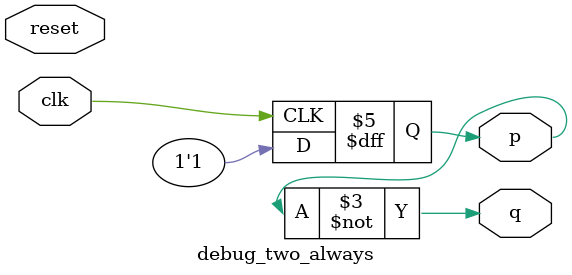
<source format=v>
`timescale 1ns / 1ps
module debug_two_always(
    input clk,
	 input reset,
    output reg p,
	 output reg q
    );
	 
	 initial begin
		p = 0;
		q = 0;
	 end
	 
	 always @(posedge clk)begin
		p <= 1;
	 end
	 
	 always @(p)begin
		q = ~p;
	 end

endmodule

</source>
